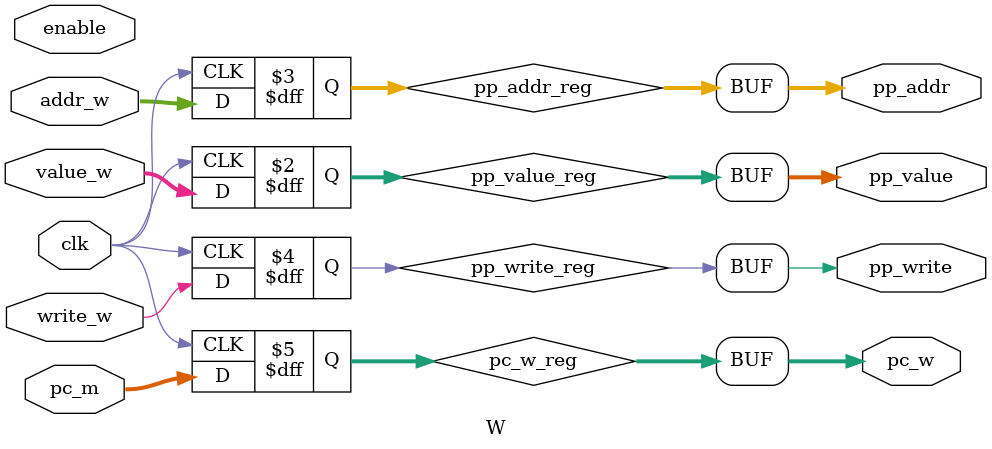
<source format=v>
`timescale 1ns / 1ps


module W(
    input wire clk, input wire enable,
    input wire [31:0] value_w, input wire [4:0] addr_w, input wire write_w,
    input wire [31:0] pc_m,
    output wire [31:0] pp_value, output wire [4:0] pp_addr, output wire pp_write,
    output wire [31:0] pc_w
    );
    reg [31:0] pp_value_reg;
    reg [4:0] pp_addr_reg;
    reg pp_write_reg;
    reg [31:0] pc_w_reg;
    always @(posedge clk) begin
        // if (enable) begin
            pp_value_reg <= value_w;
            pp_addr_reg <= addr_w;
            pp_write_reg <= write_w;
            pc_w_reg <= pc_m;
        // end
    end
    assign pp_value = pp_value_reg;
    assign pp_addr = pp_addr_reg;
    assign pp_write = pp_write_reg;
    assign pc_w = pc_w_reg;
endmodule

</source>
